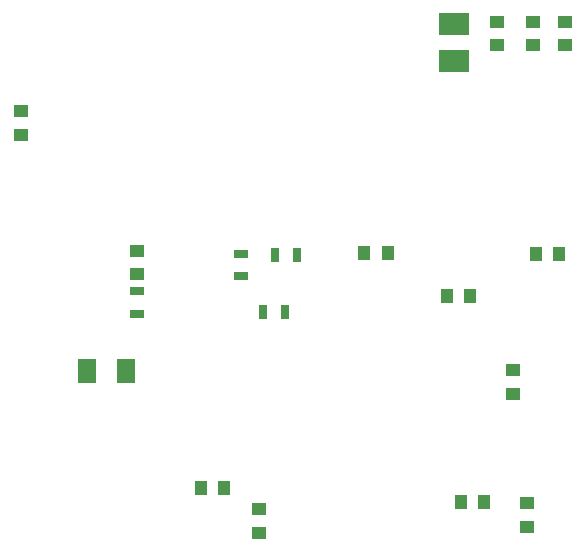
<source format=gbp>
%FSLAX46Y46*%
G04 Gerber Fmt 4.6, Leading zero omitted, Abs format (unit mm)*
G04 Created by KiCad (PCBNEW (2014-10-27 BZR 5228)-product) date 13/01/2015 10:49:15*
%MOMM*%
G01*
G04 APERTURE LIST*
%ADD10C,0.100000*%
%ADD11R,1.250000X1.000000*%
%ADD12R,1.000000X1.250000*%
%ADD13R,2.499360X1.950720*%
%ADD14R,1.524000X2.032000*%
%ADD15R,1.300000X0.700000*%
%ADD16R,0.700000X1.300000*%
G04 APERTURE END LIST*
D10*
D11*
X142800000Y-60000000D03*
X142800000Y-58000000D03*
D12*
X148200000Y-78100000D03*
X150200000Y-78100000D03*
D11*
X153100000Y-79900000D03*
X153100000Y-81900000D03*
D12*
X170200000Y-79300000D03*
X172200000Y-79300000D03*
D11*
X175800000Y-79400000D03*
X175800000Y-81400000D03*
X133000000Y-46200000D03*
X133000000Y-48200000D03*
D12*
X164042600Y-58229500D03*
X162042600Y-58229500D03*
D11*
X176300000Y-40600000D03*
X176300000Y-38600000D03*
X179000000Y-40600000D03*
X179000000Y-38600000D03*
X173300000Y-40600000D03*
X173300000Y-38600000D03*
D13*
X169600000Y-41949400D03*
X169600000Y-38850600D03*
D12*
X178546000Y-58293000D03*
X176546000Y-58293000D03*
X169000000Y-61800000D03*
X171000000Y-61800000D03*
D14*
X138549000Y-68200000D03*
X141851000Y-68200000D03*
D15*
X142800000Y-61450000D03*
X142800000Y-63350000D03*
D16*
X155350000Y-63200000D03*
X153450000Y-63200000D03*
D15*
X151600000Y-58250000D03*
X151600000Y-60150000D03*
D16*
X156350000Y-58400000D03*
X154450000Y-58400000D03*
D11*
X174600000Y-70100000D03*
X174600000Y-68100000D03*
M02*

</source>
